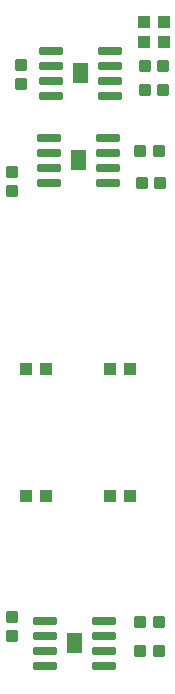
<source format=gbr>
%TF.GenerationSoftware,Altium Limited,Altium Designer,20.0.13 (296)*%
G04 Layer_Color=8421504*
%FSLAX45Y45*%
%MOMM*%
%TF.FileFunction,Paste,Top*%
%TF.Part,Single*%
G01*
G75*
%TA.AperFunction,SMDPad,CuDef*%
%ADD10R,1.10000X1.00000*%
G04:AMPARAMS|DCode=12|XSize=1.97mm|YSize=0.6mm|CornerRadius=0.075mm|HoleSize=0mm|Usage=FLASHONLY|Rotation=0.000|XOffset=0mm|YOffset=0mm|HoleType=Round|Shape=RoundedRectangle|*
%AMROUNDEDRECTD12*
21,1,1.97000,0.45000,0,0,0.0*
21,1,1.82000,0.60000,0,0,0.0*
1,1,0.15000,0.91000,-0.22500*
1,1,0.15000,-0.91000,-0.22500*
1,1,0.15000,-0.91000,0.22500*
1,1,0.15000,0.91000,0.22500*
%
%ADD12ROUNDEDRECTD12*%
G04:AMPARAMS|DCode=13|XSize=0.94mm|YSize=1.02mm|CornerRadius=0.094mm|HoleSize=0mm|Usage=FLASHONLY|Rotation=0.000|XOffset=0mm|YOffset=0mm|HoleType=Round|Shape=RoundedRectangle|*
%AMROUNDEDRECTD13*
21,1,0.94000,0.83200,0,0,0.0*
21,1,0.75200,1.02000,0,0,0.0*
1,1,0.18800,0.37600,-0.41600*
1,1,0.18800,-0.37600,-0.41600*
1,1,0.18800,-0.37600,0.41600*
1,1,0.18800,0.37600,0.41600*
%
%ADD13ROUNDEDRECTD13*%
G04:AMPARAMS|DCode=14|XSize=0.94mm|YSize=1.02mm|CornerRadius=0.094mm|HoleSize=0mm|Usage=FLASHONLY|Rotation=90.000|XOffset=0mm|YOffset=0mm|HoleType=Round|Shape=RoundedRectangle|*
%AMROUNDEDRECTD14*
21,1,0.94000,0.83200,0,0,90.0*
21,1,0.75200,1.02000,0,0,90.0*
1,1,0.18800,0.41600,0.37600*
1,1,0.18800,0.41600,-0.37600*
1,1,0.18800,-0.41600,-0.37600*
1,1,0.18800,-0.41600,0.37600*
%
%ADD14ROUNDEDRECTD14*%
G36*
X14644099Y6801400D02*
X14515100D01*
Y6965400D01*
X14644099D01*
Y6801400D01*
D02*
G37*
G36*
X14675697Y10890800D02*
X14546698D01*
Y11054800D01*
X14675697D01*
Y10890800D01*
D02*
G37*
G36*
X14694901Y11627400D02*
X14565900D01*
Y11791400D01*
X14694901D01*
Y11627400D01*
D02*
G37*
D10*
X15337698Y11976100D02*
D03*
X15167702D02*
D03*
X15337698Y12141200D02*
D03*
X15167702D02*
D03*
X15045599Y9207500D02*
D03*
X14875601D02*
D03*
X15045599Y8128000D02*
D03*
X14875601D02*
D03*
X14334399Y9207500D02*
D03*
X14164401D02*
D03*
X14334399Y8128000D02*
D03*
X14164401D02*
D03*
D12*
X14877898Y11899900D02*
D03*
Y11772900D02*
D03*
Y11645900D02*
D03*
Y11518900D02*
D03*
X14382903D02*
D03*
Y11645900D02*
D03*
Y11772900D02*
D03*
Y11899900D02*
D03*
X14827103Y7073900D02*
D03*
Y6946900D02*
D03*
Y6819900D02*
D03*
Y6692900D02*
D03*
X14332108D02*
D03*
Y6819900D02*
D03*
Y6946900D02*
D03*
Y7073900D02*
D03*
X14858694Y11163300D02*
D03*
Y11036300D02*
D03*
Y10909300D02*
D03*
Y10782300D02*
D03*
X14363699D02*
D03*
Y10909300D02*
D03*
Y11036300D02*
D03*
Y11163300D02*
D03*
D13*
X15173701Y11772900D02*
D03*
X15331699D02*
D03*
X15173701Y11569700D02*
D03*
X15331699D02*
D03*
X15135600Y7061200D02*
D03*
X15293599D02*
D03*
X15135600Y6819900D02*
D03*
X15293599D02*
D03*
X15148302Y10782300D02*
D03*
X15306299D02*
D03*
X15135600Y11049000D02*
D03*
X15293599D02*
D03*
D14*
X14122400Y11617701D02*
D03*
Y11775699D02*
D03*
X14046201Y7102099D02*
D03*
Y6944101D02*
D03*
Y10713202D02*
D03*
Y10871200D02*
D03*
%TF.MD5,47ed227fbb60b23513fde5ee8e66bce0*%
M02*

</source>
